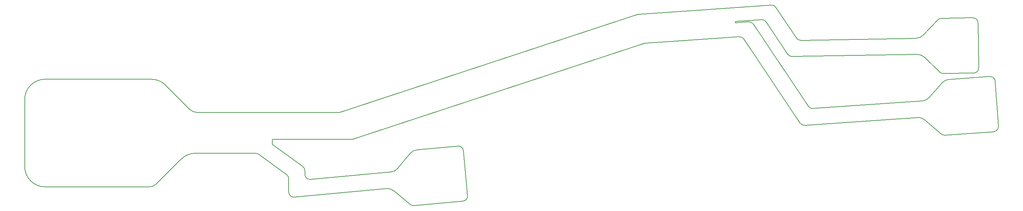
<source format=gbr>
*
G4_C Author: OrCAD GerbTool(tm) 8.1.1 Wed Jun 18 20:29:13 2003*
%LPD*%
%FSLAX34Y34*%
%MOIN*%
%AD*%
%ADD10R,0.050000X0.050000*%
%ADD11C,0.006000*%
%ADD12C,0.019000*%
%ADD13C,0.007900*%
%ADD14C,0.005000*%
%ADD15C,0.000800*%
%ADD16R,0.070000X0.025000*%
%ADD17R,0.068000X0.023000*%
%ADD18C,0.006000*%
%ADD19C,0.009800*%
%ADD20C,0.010000*%
%ADD21C,0.030000*%
%ADD22C,0.060000*%
%ADD23C,0.035000*%
%ADD24C,0.055000*%
%ADD25C,0.062980*%
%ADD26C,0.001000*%
%ADD27C,0.196840*%
G4_C OrCAD GerbTool Tool List *
G54D11*
G1X17017Y7461D2*
G75*
G2X16310Y7754I0J1000D1*
G74*
G1X13038Y449D2*
G75*
G2X12332Y156I-707J707D1*
G74*
G1X2114Y157D2*
G75*
G2X114Y2158I0J2000D1*
G74*
G1X114Y8715D1*
G1X2114Y10715D2*
G75*
G3X114Y8715I0J-2000D1*
G74*
G1X15460Y2872D2*
G1X13038Y449D1*
G1X16874Y3458D2*
G75*
G3X15460Y2872I0J-2000D1*
G74*
G1X12332Y157D2*
G1X2114Y157D1*
G1X2114Y10715D2*
G1X12521Y10715D1*
G1X13935Y10129D2*
G1X16310Y7754D1*
G1X12521Y10715D2*
G75*
G2X13935Y10129I0J-2000D1*
G74*
G1X36315Y-238D2*
G75*
G3X35583Y-12I-639J-769D1*
G74*
G1X43128Y3704D2*
G75*
G3X42584Y4156I-498J-46D1*
G74*
G1X36315Y-238D2*
G1X37925Y-1576D1*
G75*
G3X38291Y-1690I320J385D1*
G74*
G1X43085Y-1245D1*
G1X43537Y-701D2*
G1X43128Y3704D1*
G1X43085Y-1245D2*
G75*
G3X43537Y-701I-46J498D1*
G74*
G1X36697Y1975D2*
G75*
G2X36020Y1618I-769J639D1*
G74*
G1X36697Y1975D2*
G1X37903Y3428D1*
G1X38580Y3785D2*
G1X42584Y4156D1*
G1X37903Y3428D2*
G75*
G2X38580Y3785I769J-639D1*
G74*
G1X88376Y6726D2*
G75*
G3X87649Y6969I-656J-755D1*
G74*
G1X95277Y10513D2*
G75*
G3X94743Y10976I-499J-35D1*
G74*
G1X88376Y6726D2*
G1X89956Y5352D1*
G75*
G3X90319Y5230I329J378D1*
G74*
G1X95121Y5566D1*
G1X95585Y6099D2*
G1X95277Y10513D1*
G1X95121Y5566D2*
G75*
G3X95585Y6099I-35J499D1*
G74*
G1X88808Y8929D2*
G75*
G2X88124Y8588I-755J656D1*
G74*
G1X88808Y8929D2*
G1X90047Y10354D1*
G1X90732Y10696D2*
G1X94743Y10976D1*
G1X90047Y10354D2*
G75*
G2X90732Y10696I755J-656D1*
G74*
G1X88330Y12870D2*
G75*
G3X87618Y13151I-695J-719D1*
G74*
G1X88203Y15036D2*
G75*
G2X87501Y14731I-719J695D1*
G74*
G1X93579Y16253D2*
G75*
G3X93071Y16745I-500J-9D1*
G74*
G1X90004Y16691D1*
G1X89654Y16539D2*
G1X88203Y15036D1*
G1X90004Y16691D2*
G75*
G3X89654Y16539I9J-500D1*
G74*
G1X88330Y12870D2*
G1X89838Y11413D1*
G75*
G3X90194Y11274I348J360D1*
G74*
G1X93165Y11325D1*
G1X93657Y11834D2*
G1X93579Y16253D1*
G1X93165Y11325D2*
G75*
G3X93657Y11834I-9J500D1*
G74*
G1X77401Y7839D2*
G1X88124Y8588D1*
G1X76951Y8059D2*
G75*
G3X77401Y7839I415J278D1*
G74*
G1X87650Y6969D2*
G1X76595Y6197D1*
G1X76595Y6197D2*
G75*
G2X76145Y6418I-35J501D1*
G74*
G1X75369Y12937D2*
G1X87618Y13151D1*
G1X74945Y13159D2*
G75*
G3X75369Y12937I414J277D1*
G74*
G1X87501Y14731D2*
G1X76204Y14534D1*
G1X76204Y14534D2*
G75*
G2X75780Y14756I-9J502D1*
G74*
G1X73769Y17761D1*
G1X73319Y17981D2*
G1X64782Y17399D1*
G1X73769Y17761D2*
G75*
G3X73319Y17981I-415J-277D1*
G74*
G1X63958Y14456D2*
G1X70179Y14880D1*
G1X70629Y14659D2*
G1X76145Y6418D1*
G1X70179Y14880D2*
G75*
G2X70629Y14659I34J-501D1*
G74*
G1X71549Y16127D2*
G1X76951Y8059D1*
G1X71100Y16347D2*
G75*
G2X71549Y16127I34J-501D1*
G74*
G1X74945Y13159D2*
G1X72822Y16331D1*
G1X72822Y16331D2*
G75*
G3X72372Y16552I-415J-277D1*
G74*
G1X69795Y16376D1*
G1X69795Y16376D2*
G1X69795Y16259D1*
G1X71100Y16347D1*
G1X60391Y17102D2*
G1X64784Y17401D1*
G1X60268Y17078D2*
G75*
G2X60391Y17102I157J-479D1*
G74*
G1X60948Y14252D2*
G1X64980Y14527D1*
G1X60826Y14228D2*
G75*
G2X60948Y14252I157J-479D1*
G74*
G1X17018Y7461D2*
G1X30939Y7461D1*
G1X31096Y7486D2*
G1X60268Y17078D1*
G1X30939Y7461D2*
G75*
G3X31096Y7486I0J504D1*
G74*
G1X28130Y887D2*
G1X36020Y1618D1*
G1X27584Y1384D2*
G75*
G3X28130Y887I501J0D1*
G74*
G1X35584Y-11D2*
G1X26548Y-849D1*
G1X26548Y-849D2*
G75*
G2X26002Y-351I-46J498D1*
G74*
G1X26002Y948D2*
G1X26002Y-351D1*
G1X25797Y1351D2*
G75*
G2X26002Y948I-296J-404D1*
G74*
G1X16874Y3458D2*
G1X22755Y3458D1*
G1X23050Y3362D2*
G1X25797Y1351D1*
G1X22755Y3458D2*
G75*
G2X23050Y3362I0J-502D1*
G74*
G1X32256Y4835D2*
G1X60826Y14228D1*
G1X32100Y4810D2*
G75*
G3X32256Y4835I0J504D1*
G74*
G1X27584Y1750D2*
G1X27584Y1384D1*
G1X27379Y2153D2*
G75*
G2X27584Y1750I-295J-403D1*
G74*
G1X24404Y4810D2*
G1X32100Y4810D1*
G1X24404Y4331D2*
G1X27379Y2153D1*
G1X24404Y4810D2*
G1X24404Y4331D1*
M2*

</source>
